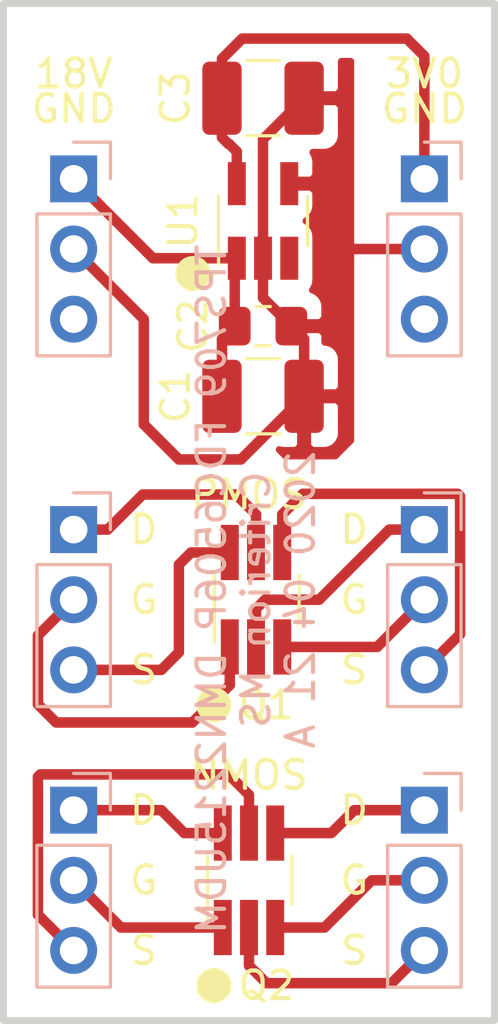
<source format=kicad_pcb>
(kicad_pcb (version 20171130) (host pcbnew 5.1.4+dfsg1-1)

  (general
    (thickness 1.6)
    (drawings 26)
    (tracks 81)
    (zones 0)
    (modules 12)
    (nets 16)
  )

  (page A4)
  (layers
    (0 F.Cu signal)
    (31 B.Cu signal)
    (32 B.Adhes user hide)
    (33 F.Adhes user hide)
    (34 B.Paste user hide)
    (35 F.Paste user hide)
    (36 B.SilkS user)
    (37 F.SilkS user)
    (38 B.Mask user hide)
    (39 F.Mask user hide)
    (40 Dwgs.User user)
    (41 Cmts.User user)
    (42 Eco1.User user)
    (43 Eco2.User user)
    (44 Edge.Cuts user)
    (45 Margin user hide)
    (46 B.CrtYd user)
    (47 F.CrtYd user)
    (48 B.Fab user hide)
    (49 F.Fab user hide)
  )

  (setup
    (last_trace_width 0.381)
    (user_trace_width 0.1524)
    (user_trace_width 0.254)
    (user_trace_width 0.381)
    (user_trace_width 0.635)
    (trace_clearance 0.254)
    (zone_clearance 0.508)
    (zone_45_only no)
    (trace_min 0.1524)
    (via_size 0.635)
    (via_drill 0.381)
    (via_min_size 0.508)
    (via_min_drill 0.254)
    (user_via 0.508 0.254)
    (user_via 0.762 0.381)
    (user_via 1.27 0.635)
    (uvia_size 0.508)
    (uvia_drill 0.254)
    (uvias_allowed no)
    (uvia_min_size 0.2)
    (uvia_min_drill 0.1)
    (edge_width 0.05)
    (segment_width 0.2)
    (pcb_text_width 0.3)
    (pcb_text_size 1.5 1.5)
    (mod_edge_width 0.12)
    (mod_text_size 1 1)
    (mod_text_width 0.15)
    (pad_size 1.56 0.65)
    (pad_drill 0)
    (pad_to_mask_clearance 0.051)
    (solder_mask_min_width 0.25)
    (aux_axis_origin 0 0)
    (visible_elements FFFFFF7F)
    (pcbplotparams
      (layerselection 0x010fc_ffffffff)
      (usegerberextensions false)
      (usegerberattributes false)
      (usegerberadvancedattributes false)
      (creategerberjobfile false)
      (excludeedgelayer true)
      (linewidth 0.100000)
      (plotframeref false)
      (viasonmask false)
      (mode 1)
      (useauxorigin false)
      (hpglpennumber 1)
      (hpglpenspeed 20)
      (hpglpendiameter 15.000000)
      (psnegative false)
      (psa4output false)
      (plotreference true)
      (plotvalue true)
      (plotinvisibletext false)
      (padsonsilk false)
      (subtractmaskfromsilk false)
      (outputformat 1)
      (mirror false)
      (drillshape 1)
      (scaleselection 1)
      (outputdirectory ""))
  )

  (net 0 "")
  (net 1 +3V0)
  (net 2 "Net-(J6-Pad3)")
  (net 3 "Net-(J6-Pad2)")
  (net 4 "Net-(J6-Pad1)")
  (net 5 "Net-(C1-Pad2)")
  (net 6 "Net-(C1-Pad1)")
  (net 7 "Net-(J3-Pad3)")
  (net 8 "Net-(J3-Pad2)")
  (net 9 "Net-(J3-Pad1)")
  (net 10 "Net-(J4-Pad3)")
  (net 11 "Net-(J4-Pad2)")
  (net 12 "Net-(J4-Pad1)")
  (net 13 "Net-(J5-Pad3)")
  (net 14 "Net-(J5-Pad2)")
  (net 15 "Net-(J5-Pad1)")

  (net_class Default "This is the default net class."
    (clearance 0.254)
    (trace_width 0.254)
    (via_dia 0.635)
    (via_drill 0.381)
    (uvia_dia 0.508)
    (uvia_drill 0.254)
    (diff_pair_width 0.254)
    (diff_pair_gap 0.254)
    (add_net +3V0)
    (add_net "Net-(C1-Pad1)")
    (add_net "Net-(C1-Pad2)")
    (add_net "Net-(J3-Pad1)")
    (add_net "Net-(J3-Pad2)")
    (add_net "Net-(J3-Pad3)")
    (add_net "Net-(J4-Pad1)")
    (add_net "Net-(J4-Pad2)")
    (add_net "Net-(J4-Pad3)")
    (add_net "Net-(J5-Pad1)")
    (add_net "Net-(J5-Pad2)")
    (add_net "Net-(J5-Pad3)")
    (add_net "Net-(J6-Pad1)")
    (add_net "Net-(J6-Pad2)")
    (add_net "Net-(J6-Pad3)")
  )

  (net_class Minimum ""
    (clearance 0.1524)
    (trace_width 0.1524)
    (via_dia 0.508)
    (via_drill 0.254)
    (uvia_dia 0.508)
    (uvia_drill 0.254)
    (diff_pair_width 0.1524)
    (diff_pair_gap 0.1524)
  )

  (net_class Power ""
    (clearance 0.635)
    (trace_width 0.635)
    (via_dia 1.27)
    (via_drill 0.635)
    (uvia_dia 0.508)
    (uvia_drill 0.254)
    (diff_pair_width 0.635)
    (diff_pair_gap 0.635)
  )

  (module Connector_PinHeader_2.54mm:PinHeader_1x03_P2.54mm_Vertical (layer B.Cu) (tedit 59FED5CC) (tstamp 5EA018E8)
    (at 158.496 86.36 180)
    (descr "Through hole straight pin header, 1x03, 2.54mm pitch, single row")
    (tags "Through hole pin header THT 1x03 2.54mm single row")
    (path /5EA312FA)
    (fp_text reference J2 (at 0 2.33 180) (layer B.SilkS) hide
      (effects (font (size 1 1) (thickness 0.15)) (justify mirror))
    )
    (fp_text value Conn_01x03_Female (at 0 -7.41 180) (layer B.Fab)
      (effects (font (size 1 1) (thickness 0.15)) (justify mirror))
    )
    (fp_text user %R (at 0 -2.54 90) (layer B.Fab)
      (effects (font (size 1 1) (thickness 0.15)) (justify mirror))
    )
    (fp_line (start 1.8 1.8) (end -1.8 1.8) (layer B.CrtYd) (width 0.05))
    (fp_line (start 1.8 -6.85) (end 1.8 1.8) (layer B.CrtYd) (width 0.05))
    (fp_line (start -1.8 -6.85) (end 1.8 -6.85) (layer B.CrtYd) (width 0.05))
    (fp_line (start -1.8 1.8) (end -1.8 -6.85) (layer B.CrtYd) (width 0.05))
    (fp_line (start -1.33 1.33) (end 0 1.33) (layer B.SilkS) (width 0.12))
    (fp_line (start -1.33 0) (end -1.33 1.33) (layer B.SilkS) (width 0.12))
    (fp_line (start -1.33 -1.27) (end 1.33 -1.27) (layer B.SilkS) (width 0.12))
    (fp_line (start 1.33 -1.27) (end 1.33 -6.41) (layer B.SilkS) (width 0.12))
    (fp_line (start -1.33 -1.27) (end -1.33 -6.41) (layer B.SilkS) (width 0.12))
    (fp_line (start -1.33 -6.41) (end 1.33 -6.41) (layer B.SilkS) (width 0.12))
    (fp_line (start -1.27 0.635) (end -0.635 1.27) (layer B.Fab) (width 0.1))
    (fp_line (start -1.27 -6.35) (end -1.27 0.635) (layer B.Fab) (width 0.1))
    (fp_line (start 1.27 -6.35) (end -1.27 -6.35) (layer B.Fab) (width 0.1))
    (fp_line (start 1.27 1.27) (end 1.27 -6.35) (layer B.Fab) (width 0.1))
    (fp_line (start -0.635 1.27) (end 1.27 1.27) (layer B.Fab) (width 0.1))
    (pad 3 thru_hole oval (at 0 -5.08 180) (size 1.7 1.7) (drill 1) (layers *.Cu *.Mask))
    (pad 2 thru_hole oval (at 0 -2.54 180) (size 1.7 1.7) (drill 1) (layers *.Cu *.Mask)
      (net 6 "Net-(C1-Pad1)"))
    (pad 1 thru_hole rect (at 0 0 180) (size 1.7 1.7) (drill 1) (layers *.Cu *.Mask)
      (net 1 +3V0))
    (model ${KISYS3DMOD}/Connector_PinHeader_2.54mm.3dshapes/PinHeader_1x03_P2.54mm_Vertical.wrl
      (at (xyz 0 0 0))
      (scale (xyz 1 1 1))
      (rotate (xyz 0 0 0))
    )
  )

  (module Connector_PinHeader_2.54mm:PinHeader_1x03_P2.54mm_Vertical (layer B.Cu) (tedit 59FED5CC) (tstamp 5EA01AE0)
    (at 145.796 86.36 180)
    (descr "Through hole straight pin header, 1x03, 2.54mm pitch, single row")
    (tags "Through hole pin header THT 1x03 2.54mm single row")
    (path /5EA37C57)
    (fp_text reference J1 (at 0 2.33) (layer B.SilkS) hide
      (effects (font (size 1 1) (thickness 0.15)) (justify mirror))
    )
    (fp_text value Conn_01x03_Female (at 0 -7.41) (layer B.Fab)
      (effects (font (size 1 1) (thickness 0.15)) (justify mirror))
    )
    (fp_text user %R (at 0 -2.54 270) (layer B.Fab)
      (effects (font (size 1 1) (thickness 0.15)) (justify mirror))
    )
    (fp_line (start 1.8 1.8) (end -1.8 1.8) (layer B.CrtYd) (width 0.05))
    (fp_line (start 1.8 -6.85) (end 1.8 1.8) (layer B.CrtYd) (width 0.05))
    (fp_line (start -1.8 -6.85) (end 1.8 -6.85) (layer B.CrtYd) (width 0.05))
    (fp_line (start -1.8 1.8) (end -1.8 -6.85) (layer B.CrtYd) (width 0.05))
    (fp_line (start -1.33 1.33) (end 0 1.33) (layer B.SilkS) (width 0.12))
    (fp_line (start -1.33 0) (end -1.33 1.33) (layer B.SilkS) (width 0.12))
    (fp_line (start -1.33 -1.27) (end 1.33 -1.27) (layer B.SilkS) (width 0.12))
    (fp_line (start 1.33 -1.27) (end 1.33 -6.41) (layer B.SilkS) (width 0.12))
    (fp_line (start -1.33 -1.27) (end -1.33 -6.41) (layer B.SilkS) (width 0.12))
    (fp_line (start -1.33 -6.41) (end 1.33 -6.41) (layer B.SilkS) (width 0.12))
    (fp_line (start -1.27 0.635) (end -0.635 1.27) (layer B.Fab) (width 0.1))
    (fp_line (start -1.27 -6.35) (end -1.27 0.635) (layer B.Fab) (width 0.1))
    (fp_line (start 1.27 -6.35) (end -1.27 -6.35) (layer B.Fab) (width 0.1))
    (fp_line (start 1.27 1.27) (end 1.27 -6.35) (layer B.Fab) (width 0.1))
    (fp_line (start -0.635 1.27) (end 1.27 1.27) (layer B.Fab) (width 0.1))
    (pad 3 thru_hole oval (at 0 -5.08 180) (size 1.7 1.7) (drill 1) (layers *.Cu *.Mask))
    (pad 2 thru_hole oval (at 0 -2.54 180) (size 1.7 1.7) (drill 1) (layers *.Cu *.Mask)
      (net 6 "Net-(C1-Pad1)"))
    (pad 1 thru_hole rect (at 0 0 180) (size 1.7 1.7) (drill 1) (layers *.Cu *.Mask)
      (net 5 "Net-(C1-Pad2)"))
    (model ${KISYS3DMOD}/Connector_PinHeader_2.54mm.3dshapes/PinHeader_1x03_P2.54mm_Vertical.wrl
      (at (xyz 0 0 0))
      (scale (xyz 1 1 1))
      (rotate (xyz 0 0 0))
    )
  )

  (module Package_TO_SOT_SMD:TSOT-23-6_HandSoldering (layer F.Cu) (tedit 5A02FF57) (tstamp 5EA01A97)
    (at 152.146 111.76 90)
    (descr "6-pin TSOT23 package, http://cds.linear.com/docs/en/packaging/SOT_6_05-08-1636.pdf")
    (tags "TSOT-23-6 MK06A TSOT-6 Hand-soldering")
    (path /5EDB8000)
    (attr smd)
    (fp_text reference Q2 (at -3.81 0.635 180) (layer F.SilkS)
      (effects (font (size 1 1) (thickness 0.15)))
    )
    (fp_text value DMN2215UDM (at 0 2.5 90) (layer F.Fab)
      (effects (font (size 1 1) (thickness 0.15)))
    )
    (fp_line (start 2.96 1.7) (end -2.96 1.7) (layer F.CrtYd) (width 0.05))
    (fp_line (start 2.96 1.7) (end 2.96 -1.7) (layer F.CrtYd) (width 0.05))
    (fp_line (start -2.96 -1.7) (end -2.96 1.7) (layer F.CrtYd) (width 0.05))
    (fp_line (start -2.96 -1.7) (end 2.96 -1.7) (layer F.CrtYd) (width 0.05))
    (fp_line (start 0.88 -1.45) (end 0.88 1.45) (layer F.Fab) (width 0.1))
    (fp_line (start 0.88 1.45) (end -0.88 1.45) (layer F.Fab) (width 0.1))
    (fp_line (start -0.88 -1) (end -0.88 1.45) (layer F.Fab) (width 0.1))
    (fp_line (start 0.88 -1.45) (end -0.43 -1.45) (layer F.Fab) (width 0.1))
    (fp_line (start -0.88 -1) (end -0.43 -1.45) (layer F.Fab) (width 0.1))
    (fp_line (start 0.88 -1.51) (end -1.55 -1.51) (layer F.SilkS) (width 0.12))
    (fp_line (start -0.88 1.56) (end 0.88 1.56) (layer F.SilkS) (width 0.12))
    (fp_text user %R (at 0 0) (layer F.Fab)
      (effects (font (size 0.5 0.5) (thickness 0.075)))
    )
    (pad 6 smd rect (at 1.71 -0.95 90) (size 2 0.65) (layers F.Cu F.Paste F.Mask)
      (net 15 "Net-(J5-Pad1)"))
    (pad 5 smd rect (at 1.71 0 90) (size 2 0.65) (layers F.Cu F.Paste F.Mask)
      (net 13 "Net-(J5-Pad3)"))
    (pad 4 smd rect (at 1.71 0.95 90) (size 2 0.65) (layers F.Cu F.Paste F.Mask)
      (net 4 "Net-(J6-Pad1)"))
    (pad 3 smd rect (at -1.71 0.95 90) (size 2 0.65) (layers F.Cu F.Paste F.Mask)
      (net 3 "Net-(J6-Pad2)"))
    (pad 2 smd rect (at -1.71 0 90) (size 2 0.65) (layers F.Cu F.Paste F.Mask)
      (net 2 "Net-(J6-Pad3)"))
    (pad 1 smd rect (at -1.71 -0.95 90) (size 2 0.65) (layers F.Cu F.Paste F.Mask)
      (net 14 "Net-(J5-Pad2)"))
    (model ${KISYS3DMOD}/Package_TO_SOT_SMD.3dshapes/TSOT-23-6.wrl
      (at (xyz 0 0 0))
      (scale (xyz 1 1 1))
      (rotate (xyz 0 0 0))
    )
  )

  (module Connector_PinHeader_2.54mm:PinHeader_1x03_P2.54mm_Vertical (layer B.Cu) (tedit 59FED5CC) (tstamp 5EA01A35)
    (at 145.796 109.22 180)
    (descr "Through hole straight pin header, 1x03, 2.54mm pitch, single row")
    (tags "Through hole pin header THT 1x03 2.54mm single row")
    (path /5EA2A7B6)
    (fp_text reference J5 (at 0 2.33) (layer B.SilkS) hide
      (effects (font (size 1 1) (thickness 0.15)) (justify mirror))
    )
    (fp_text value Conn_01x03_Female (at 0 -7.41) (layer B.Fab)
      (effects (font (size 1 1) (thickness 0.15)) (justify mirror))
    )
    (fp_text user %R (at 0 -2.54 270) (layer B.Fab)
      (effects (font (size 1 1) (thickness 0.15)) (justify mirror))
    )
    (fp_line (start 1.8 1.8) (end -1.8 1.8) (layer B.CrtYd) (width 0.05))
    (fp_line (start 1.8 -6.85) (end 1.8 1.8) (layer B.CrtYd) (width 0.05))
    (fp_line (start -1.8 -6.85) (end 1.8 -6.85) (layer B.CrtYd) (width 0.05))
    (fp_line (start -1.8 1.8) (end -1.8 -6.85) (layer B.CrtYd) (width 0.05))
    (fp_line (start -1.33 1.33) (end 0 1.33) (layer B.SilkS) (width 0.12))
    (fp_line (start -1.33 0) (end -1.33 1.33) (layer B.SilkS) (width 0.12))
    (fp_line (start -1.33 -1.27) (end 1.33 -1.27) (layer B.SilkS) (width 0.12))
    (fp_line (start 1.33 -1.27) (end 1.33 -6.41) (layer B.SilkS) (width 0.12))
    (fp_line (start -1.33 -1.27) (end -1.33 -6.41) (layer B.SilkS) (width 0.12))
    (fp_line (start -1.33 -6.41) (end 1.33 -6.41) (layer B.SilkS) (width 0.12))
    (fp_line (start -1.27 0.635) (end -0.635 1.27) (layer B.Fab) (width 0.1))
    (fp_line (start -1.27 -6.35) (end -1.27 0.635) (layer B.Fab) (width 0.1))
    (fp_line (start 1.27 -6.35) (end -1.27 -6.35) (layer B.Fab) (width 0.1))
    (fp_line (start 1.27 1.27) (end 1.27 -6.35) (layer B.Fab) (width 0.1))
    (fp_line (start -0.635 1.27) (end 1.27 1.27) (layer B.Fab) (width 0.1))
    (pad 3 thru_hole oval (at 0 -5.08 180) (size 1.7 1.7) (drill 1) (layers *.Cu *.Mask)
      (net 13 "Net-(J5-Pad3)"))
    (pad 2 thru_hole oval (at 0 -2.54 180) (size 1.7 1.7) (drill 1) (layers *.Cu *.Mask)
      (net 14 "Net-(J5-Pad2)"))
    (pad 1 thru_hole rect (at 0 0 180) (size 1.7 1.7) (drill 1) (layers *.Cu *.Mask)
      (net 15 "Net-(J5-Pad1)"))
    (model ${KISYS3DMOD}/Connector_PinHeader_2.54mm.3dshapes/PinHeader_1x03_P2.54mm_Vertical.wrl
      (at (xyz 0 0 0))
      (scale (xyz 1 1 1))
      (rotate (xyz 0 0 0))
    )
  )

  (module Connector_PinHeader_2.54mm:PinHeader_1x03_P2.54mm_Vertical (layer B.Cu) (tedit 59FED5CC) (tstamp 5EA019F3)
    (at 145.796 99.06 180)
    (descr "Through hole straight pin header, 1x03, 2.54mm pitch, single row")
    (tags "Through hole pin header THT 1x03 2.54mm single row")
    (path /5EA42BAE)
    (fp_text reference J3 (at 0 2.33) (layer B.SilkS) hide
      (effects (font (size 1 1) (thickness 0.15)) (justify mirror))
    )
    (fp_text value Conn_01x03_Female (at 0 -7.41) (layer B.Fab)
      (effects (font (size 1 1) (thickness 0.15)) (justify mirror))
    )
    (fp_text user %R (at 0 -2.54 270) (layer B.Fab)
      (effects (font (size 1 1) (thickness 0.15)) (justify mirror))
    )
    (fp_line (start 1.8 1.8) (end -1.8 1.8) (layer B.CrtYd) (width 0.05))
    (fp_line (start 1.8 -6.85) (end 1.8 1.8) (layer B.CrtYd) (width 0.05))
    (fp_line (start -1.8 -6.85) (end 1.8 -6.85) (layer B.CrtYd) (width 0.05))
    (fp_line (start -1.8 1.8) (end -1.8 -6.85) (layer B.CrtYd) (width 0.05))
    (fp_line (start -1.33 1.33) (end 0 1.33) (layer B.SilkS) (width 0.12))
    (fp_line (start -1.33 0) (end -1.33 1.33) (layer B.SilkS) (width 0.12))
    (fp_line (start -1.33 -1.27) (end 1.33 -1.27) (layer B.SilkS) (width 0.12))
    (fp_line (start 1.33 -1.27) (end 1.33 -6.41) (layer B.SilkS) (width 0.12))
    (fp_line (start -1.33 -1.27) (end -1.33 -6.41) (layer B.SilkS) (width 0.12))
    (fp_line (start -1.33 -6.41) (end 1.33 -6.41) (layer B.SilkS) (width 0.12))
    (fp_line (start -1.27 0.635) (end -0.635 1.27) (layer B.Fab) (width 0.1))
    (fp_line (start -1.27 -6.35) (end -1.27 0.635) (layer B.Fab) (width 0.1))
    (fp_line (start 1.27 -6.35) (end -1.27 -6.35) (layer B.Fab) (width 0.1))
    (fp_line (start 1.27 1.27) (end 1.27 -6.35) (layer B.Fab) (width 0.1))
    (fp_line (start -0.635 1.27) (end 1.27 1.27) (layer B.Fab) (width 0.1))
    (pad 3 thru_hole oval (at 0 -5.08 180) (size 1.7 1.7) (drill 1) (layers *.Cu *.Mask)
      (net 7 "Net-(J3-Pad3)"))
    (pad 2 thru_hole oval (at 0 -2.54 180) (size 1.7 1.7) (drill 1) (layers *.Cu *.Mask)
      (net 8 "Net-(J3-Pad2)"))
    (pad 1 thru_hole rect (at 0 0 180) (size 1.7 1.7) (drill 1) (layers *.Cu *.Mask)
      (net 9 "Net-(J3-Pad1)"))
    (model ${KISYS3DMOD}/Connector_PinHeader_2.54mm.3dshapes/PinHeader_1x03_P2.54mm_Vertical.wrl
      (at (xyz 0 0 0))
      (scale (xyz 1 1 1))
      (rotate (xyz 0 0 0))
    )
  )

  (module Package_TO_SOT_SMD:TSOT-23-6_HandSoldering (layer F.Cu) (tedit 5A02FF57) (tstamp 5EA019B0)
    (at 152.4 101.6 90)
    (descr "6-pin TSOT23 package, http://cds.linear.com/docs/en/packaging/SOT_6_05-08-1636.pdf")
    (tags "TSOT-23-6 MK06A TSOT-6 Hand-soldering")
    (path /5F248CE0)
    (attr smd)
    (fp_text reference Q1 (at -3.81 0.381 180) (layer F.SilkS)
      (effects (font (size 1 1) (thickness 0.15)))
    )
    (fp_text value FDC6506P (at 0 2.5 90) (layer F.Fab)
      (effects (font (size 1 1) (thickness 0.15)))
    )
    (fp_line (start 2.96 1.7) (end -2.96 1.7) (layer F.CrtYd) (width 0.05))
    (fp_line (start 2.96 1.7) (end 2.96 -1.7) (layer F.CrtYd) (width 0.05))
    (fp_line (start -2.96 -1.7) (end -2.96 1.7) (layer F.CrtYd) (width 0.05))
    (fp_line (start -2.96 -1.7) (end 2.96 -1.7) (layer F.CrtYd) (width 0.05))
    (fp_line (start 0.88 -1.45) (end 0.88 1.45) (layer F.Fab) (width 0.1))
    (fp_line (start 0.88 1.45) (end -0.88 1.45) (layer F.Fab) (width 0.1))
    (fp_line (start -0.88 -1) (end -0.88 1.45) (layer F.Fab) (width 0.1))
    (fp_line (start 0.88 -1.45) (end -0.43 -1.45) (layer F.Fab) (width 0.1))
    (fp_line (start -0.88 -1) (end -0.43 -1.45) (layer F.Fab) (width 0.1))
    (fp_line (start 0.88 -1.51) (end -1.55 -1.51) (layer F.SilkS) (width 0.12))
    (fp_line (start -0.88 1.56) (end 0.88 1.56) (layer F.SilkS) (width 0.12))
    (fp_text user %R (at 0 0) (layer F.Fab)
      (effects (font (size 0.5 0.5) (thickness 0.075)))
    )
    (pad 6 smd rect (at 1.71 -0.95 90) (size 2 0.65) (layers F.Cu F.Paste F.Mask)
      (net 7 "Net-(J3-Pad3)"))
    (pad 5 smd rect (at 1.71 0 90) (size 2 0.65) (layers F.Cu F.Paste F.Mask)
      (net 9 "Net-(J3-Pad1)"))
    (pad 4 smd rect (at 1.71 0.95 90) (size 2 0.65) (layers F.Cu F.Paste F.Mask)
      (net 10 "Net-(J4-Pad3)"))
    (pad 3 smd rect (at -1.71 0.95 90) (size 2 0.65) (layers F.Cu F.Paste F.Mask)
      (net 11 "Net-(J4-Pad2)"))
    (pad 2 smd rect (at -1.71 0 90) (size 2 0.65) (layers F.Cu F.Paste F.Mask)
      (net 12 "Net-(J4-Pad1)"))
    (pad 1 smd rect (at -1.71 -0.95 90) (size 2 0.65) (layers F.Cu F.Paste F.Mask)
      (net 8 "Net-(J3-Pad2)"))
    (model ${KISYS3DMOD}/Package_TO_SOT_SMD.3dshapes/TSOT-23-6.wrl
      (at (xyz 0 0 0))
      (scale (xyz 1 1 1))
      (rotate (xyz 0 0 0))
    )
  )

  (module Connector_PinHeader_2.54mm:PinHeader_1x03_P2.54mm_Vertical (layer B.Cu) (tedit 59FED5CC) (tstamp 5EA018A6)
    (at 158.496 109.22 180)
    (descr "Through hole straight pin header, 1x03, 2.54mm pitch, single row")
    (tags "Through hole pin header THT 1x03 2.54mm single row")
    (path /5EA3BCA0)
    (fp_text reference J6 (at 0 2.33 180) (layer B.SilkS) hide
      (effects (font (size 1 1) (thickness 0.15)) (justify mirror))
    )
    (fp_text value Conn_01x03_Female (at 0 -7.41 180) (layer B.Fab)
      (effects (font (size 1 1) (thickness 0.15)) (justify mirror))
    )
    (fp_text user %R (at 0 -2.54 90) (layer B.Fab)
      (effects (font (size 1 1) (thickness 0.15)) (justify mirror))
    )
    (fp_line (start 1.8 1.8) (end -1.8 1.8) (layer B.CrtYd) (width 0.05))
    (fp_line (start 1.8 -6.85) (end 1.8 1.8) (layer B.CrtYd) (width 0.05))
    (fp_line (start -1.8 -6.85) (end 1.8 -6.85) (layer B.CrtYd) (width 0.05))
    (fp_line (start -1.8 1.8) (end -1.8 -6.85) (layer B.CrtYd) (width 0.05))
    (fp_line (start -1.33 1.33) (end 0 1.33) (layer B.SilkS) (width 0.12))
    (fp_line (start -1.33 0) (end -1.33 1.33) (layer B.SilkS) (width 0.12))
    (fp_line (start -1.33 -1.27) (end 1.33 -1.27) (layer B.SilkS) (width 0.12))
    (fp_line (start 1.33 -1.27) (end 1.33 -6.41) (layer B.SilkS) (width 0.12))
    (fp_line (start -1.33 -1.27) (end -1.33 -6.41) (layer B.SilkS) (width 0.12))
    (fp_line (start -1.33 -6.41) (end 1.33 -6.41) (layer B.SilkS) (width 0.12))
    (fp_line (start -1.27 0.635) (end -0.635 1.27) (layer B.Fab) (width 0.1))
    (fp_line (start -1.27 -6.35) (end -1.27 0.635) (layer B.Fab) (width 0.1))
    (fp_line (start 1.27 -6.35) (end -1.27 -6.35) (layer B.Fab) (width 0.1))
    (fp_line (start 1.27 1.27) (end 1.27 -6.35) (layer B.Fab) (width 0.1))
    (fp_line (start -0.635 1.27) (end 1.27 1.27) (layer B.Fab) (width 0.1))
    (pad 3 thru_hole oval (at 0 -5.08 180) (size 1.7 1.7) (drill 1) (layers *.Cu *.Mask)
      (net 2 "Net-(J6-Pad3)"))
    (pad 2 thru_hole oval (at 0 -2.54 180) (size 1.7 1.7) (drill 1) (layers *.Cu *.Mask)
      (net 3 "Net-(J6-Pad2)"))
    (pad 1 thru_hole rect (at 0 0 180) (size 1.7 1.7) (drill 1) (layers *.Cu *.Mask)
      (net 4 "Net-(J6-Pad1)"))
    (model ${KISYS3DMOD}/Connector_PinHeader_2.54mm.3dshapes/PinHeader_1x03_P2.54mm_Vertical.wrl
      (at (xyz 0 0 0))
      (scale (xyz 1 1 1))
      (rotate (xyz 0 0 0))
    )
  )

  (module Connector_PinHeader_2.54mm:PinHeader_1x03_P2.54mm_Vertical (layer B.Cu) (tedit 59FED5CC) (tstamp 5EA01831)
    (at 158.496 99.06 180)
    (descr "Through hole straight pin header, 1x03, 2.54mm pitch, single row")
    (tags "Through hole pin header THT 1x03 2.54mm single row")
    (path /5EA4584E)
    (fp_text reference J4 (at 0 2.33) (layer B.SilkS) hide
      (effects (font (size 1 1) (thickness 0.15)) (justify mirror))
    )
    (fp_text value Conn_01x03_Female (at 0 -7.41) (layer B.Fab)
      (effects (font (size 1 1) (thickness 0.15)) (justify mirror))
    )
    (fp_text user %R (at 0 -2.54 270) (layer B.Fab)
      (effects (font (size 1 1) (thickness 0.15)) (justify mirror))
    )
    (fp_line (start 1.8 1.8) (end -1.8 1.8) (layer B.CrtYd) (width 0.05))
    (fp_line (start 1.8 -6.85) (end 1.8 1.8) (layer B.CrtYd) (width 0.05))
    (fp_line (start -1.8 -6.85) (end 1.8 -6.85) (layer B.CrtYd) (width 0.05))
    (fp_line (start -1.8 1.8) (end -1.8 -6.85) (layer B.CrtYd) (width 0.05))
    (fp_line (start -1.33 1.33) (end 0 1.33) (layer B.SilkS) (width 0.12))
    (fp_line (start -1.33 0) (end -1.33 1.33) (layer B.SilkS) (width 0.12))
    (fp_line (start -1.33 -1.27) (end 1.33 -1.27) (layer B.SilkS) (width 0.12))
    (fp_line (start 1.33 -1.27) (end 1.33 -6.41) (layer B.SilkS) (width 0.12))
    (fp_line (start -1.33 -1.27) (end -1.33 -6.41) (layer B.SilkS) (width 0.12))
    (fp_line (start -1.33 -6.41) (end 1.33 -6.41) (layer B.SilkS) (width 0.12))
    (fp_line (start -1.27 0.635) (end -0.635 1.27) (layer B.Fab) (width 0.1))
    (fp_line (start -1.27 -6.35) (end -1.27 0.635) (layer B.Fab) (width 0.1))
    (fp_line (start 1.27 -6.35) (end -1.27 -6.35) (layer B.Fab) (width 0.1))
    (fp_line (start 1.27 1.27) (end 1.27 -6.35) (layer B.Fab) (width 0.1))
    (fp_line (start -0.635 1.27) (end 1.27 1.27) (layer B.Fab) (width 0.1))
    (pad 3 thru_hole oval (at 0 -5.08 180) (size 1.7 1.7) (drill 1) (layers *.Cu *.Mask)
      (net 10 "Net-(J4-Pad3)"))
    (pad 2 thru_hole oval (at 0 -2.54 180) (size 1.7 1.7) (drill 1) (layers *.Cu *.Mask)
      (net 11 "Net-(J4-Pad2)"))
    (pad 1 thru_hole rect (at 0 0 180) (size 1.7 1.7) (drill 1) (layers *.Cu *.Mask)
      (net 12 "Net-(J4-Pad1)"))
    (model ${KISYS3DMOD}/Connector_PinHeader_2.54mm.3dshapes/PinHeader_1x03_P2.54mm_Vertical.wrl
      (at (xyz 0 0 0))
      (scale (xyz 1 1 1))
      (rotate (xyz 0 0 0))
    )
  )

  (module Capacitor_SMD:C_1210_3225Metric_Pad1.42x2.65mm_HandSolder (layer F.Cu) (tedit 5B301BBE) (tstamp 5EA01B1F)
    (at 152.654 83.439 180)
    (descr "Capacitor SMD 1210 (3225 Metric), square (rectangular) end terminal, IPC_7351 nominal with elongated pad for handsoldering. (Body size source: http://www.tortai-tech.com/upload/download/2011102023233369053.pdf), generated with kicad-footprint-generator")
    (tags "capacitor handsolder")
    (path /5F248CDA)
    (attr smd)
    (fp_text reference C3 (at 3.175 0 270) (layer F.SilkS)
      (effects (font (size 1 1) (thickness 0.15)))
    )
    (fp_text value "10 uF" (at 0 2.28) (layer F.Fab)
      (effects (font (size 1 1) (thickness 0.15)))
    )
    (fp_text user %R (at 0 0) (layer F.Fab)
      (effects (font (size 0.8 0.8) (thickness 0.12)))
    )
    (fp_line (start 2.45 1.58) (end -2.45 1.58) (layer F.CrtYd) (width 0.05))
    (fp_line (start 2.45 -1.58) (end 2.45 1.58) (layer F.CrtYd) (width 0.05))
    (fp_line (start -2.45 -1.58) (end 2.45 -1.58) (layer F.CrtYd) (width 0.05))
    (fp_line (start -2.45 1.58) (end -2.45 -1.58) (layer F.CrtYd) (width 0.05))
    (fp_line (start -0.602064 1.36) (end 0.602064 1.36) (layer F.SilkS) (width 0.12))
    (fp_line (start -0.602064 -1.36) (end 0.602064 -1.36) (layer F.SilkS) (width 0.12))
    (fp_line (start 1.6 1.25) (end -1.6 1.25) (layer F.Fab) (width 0.1))
    (fp_line (start 1.6 -1.25) (end 1.6 1.25) (layer F.Fab) (width 0.1))
    (fp_line (start -1.6 -1.25) (end 1.6 -1.25) (layer F.Fab) (width 0.1))
    (fp_line (start -1.6 1.25) (end -1.6 -1.25) (layer F.Fab) (width 0.1))
    (pad 2 smd roundrect (at 1.4875 0 180) (size 1.425 2.65) (layers F.Cu F.Paste F.Mask) (roundrect_rratio 0.175439)
      (net 1 +3V0))
    (pad 1 smd roundrect (at -1.4875 0 180) (size 1.425 2.65) (layers F.Cu F.Paste F.Mask) (roundrect_rratio 0.175439)
      (net 6 "Net-(C1-Pad1)"))
    (model ${KISYS3DMOD}/Capacitor_SMD.3dshapes/C_1210_3225Metric.wrl
      (at (xyz 0 0 0))
      (scale (xyz 1 1 1))
      (rotate (xyz 0 0 0))
    )
  )

  (module Capacitor_SMD:C_0805_2012Metric_Pad1.15x1.40mm_HandSolder (layer F.Cu) (tedit 5B36C52B) (tstamp 5EA01927)
    (at 152.654 91.694 180)
    (descr "Capacitor SMD 0805 (2012 Metric), square (rectangular) end terminal, IPC_7351 nominal with elongated pad for handsoldering. (Body size source: https://docs.google.com/spreadsheets/d/1BsfQQcO9C6DZCsRaXUlFlo91Tg2WpOkGARC1WS5S8t0/edit?usp=sharing), generated with kicad-footprint-generator")
    (tags "capacitor handsolder")
    (path /5F248CD9)
    (attr smd)
    (fp_text reference C2 (at 2.54 0 270) (layer F.SilkS)
      (effects (font (size 1 1) (thickness 0.15)))
    )
    (fp_text value "1 uF" (at 0 1.65) (layer F.Fab)
      (effects (font (size 1 1) (thickness 0.15)))
    )
    (fp_text user %R (at 0 0) (layer F.Fab)
      (effects (font (size 0.5 0.5) (thickness 0.08)))
    )
    (fp_line (start 1.85 0.95) (end -1.85 0.95) (layer F.CrtYd) (width 0.05))
    (fp_line (start 1.85 -0.95) (end 1.85 0.95) (layer F.CrtYd) (width 0.05))
    (fp_line (start -1.85 -0.95) (end 1.85 -0.95) (layer F.CrtYd) (width 0.05))
    (fp_line (start -1.85 0.95) (end -1.85 -0.95) (layer F.CrtYd) (width 0.05))
    (fp_line (start -0.261252 0.71) (end 0.261252 0.71) (layer F.SilkS) (width 0.12))
    (fp_line (start -0.261252 -0.71) (end 0.261252 -0.71) (layer F.SilkS) (width 0.12))
    (fp_line (start 1 0.6) (end -1 0.6) (layer F.Fab) (width 0.1))
    (fp_line (start 1 -0.6) (end 1 0.6) (layer F.Fab) (width 0.1))
    (fp_line (start -1 -0.6) (end 1 -0.6) (layer F.Fab) (width 0.1))
    (fp_line (start -1 0.6) (end -1 -0.6) (layer F.Fab) (width 0.1))
    (pad 2 smd roundrect (at 1.025 0 180) (size 1.15 1.4) (layers F.Cu F.Paste F.Mask) (roundrect_rratio 0.217391)
      (net 5 "Net-(C1-Pad2)"))
    (pad 1 smd roundrect (at -1.025 0 180) (size 1.15 1.4) (layers F.Cu F.Paste F.Mask) (roundrect_rratio 0.217391)
      (net 6 "Net-(C1-Pad1)"))
    (model ${KISYS3DMOD}/Capacitor_SMD.3dshapes/C_0805_2012Metric.wrl
      (at (xyz 0 0 0))
      (scale (xyz 1 1 1))
      (rotate (xyz 0 0 0))
    )
  )

  (module Capacitor_SMD:C_1210_3225Metric_Pad1.42x2.65mm_HandSolder (layer F.Cu) (tedit 5B301BBE) (tstamp 5EA0186D)
    (at 152.654 94.234 180)
    (descr "Capacitor SMD 1210 (3225 Metric), square (rectangular) end terminal, IPC_7351 nominal with elongated pad for handsoldering. (Body size source: http://www.tortai-tech.com/upload/download/2011102023233369053.pdf), generated with kicad-footprint-generator")
    (tags "capacitor handsolder")
    (path /5F248CDF)
    (attr smd)
    (fp_text reference C1 (at 3.175 0 270) (layer F.SilkS)
      (effects (font (size 1 1) (thickness 0.15)))
    )
    (fp_text value "10 uF" (at 0 2.28) (layer F.Fab)
      (effects (font (size 1 1) (thickness 0.15)))
    )
    (fp_text user %R (at 0 0) (layer F.Fab)
      (effects (font (size 0.8 0.8) (thickness 0.12)))
    )
    (fp_line (start 2.45 1.58) (end -2.45 1.58) (layer F.CrtYd) (width 0.05))
    (fp_line (start 2.45 -1.58) (end 2.45 1.58) (layer F.CrtYd) (width 0.05))
    (fp_line (start -2.45 -1.58) (end 2.45 -1.58) (layer F.CrtYd) (width 0.05))
    (fp_line (start -2.45 1.58) (end -2.45 -1.58) (layer F.CrtYd) (width 0.05))
    (fp_line (start -0.602064 1.36) (end 0.602064 1.36) (layer F.SilkS) (width 0.12))
    (fp_line (start -0.602064 -1.36) (end 0.602064 -1.36) (layer F.SilkS) (width 0.12))
    (fp_line (start 1.6 1.25) (end -1.6 1.25) (layer F.Fab) (width 0.1))
    (fp_line (start 1.6 -1.25) (end 1.6 1.25) (layer F.Fab) (width 0.1))
    (fp_line (start -1.6 -1.25) (end 1.6 -1.25) (layer F.Fab) (width 0.1))
    (fp_line (start -1.6 1.25) (end -1.6 -1.25) (layer F.Fab) (width 0.1))
    (pad 2 smd roundrect (at 1.4875 0 180) (size 1.425 2.65) (layers F.Cu F.Paste F.Mask) (roundrect_rratio 0.175439)
      (net 5 "Net-(C1-Pad2)"))
    (pad 1 smd roundrect (at -1.4875 0 180) (size 1.425 2.65) (layers F.Cu F.Paste F.Mask) (roundrect_rratio 0.175439)
      (net 6 "Net-(C1-Pad1)"))
    (model ${KISYS3DMOD}/Capacitor_SMD.3dshapes/C_1210_3225Metric.wrl
      (at (xyz 0 0 0))
      (scale (xyz 1 1 1))
      (rotate (xyz 0 0 0))
    )
  )

  (module Package_TO_SOT_SMD:SOT-23-5_HandSoldering (layer F.Cu) (tedit 5E9FA901) (tstamp 5EA01961)
    (at 152.654 87.884 90)
    (descr "5-pin SOT23 package")
    (tags "SOT-23-5 hand-soldering")
    (path /5EF51172)
    (attr smd)
    (fp_text reference U1 (at 0 -2.9 90) (layer F.SilkS)
      (effects (font (size 1 1) (thickness 0.15)))
    )
    (fp_text value TPS709 (at 0 2.9 90) (layer F.Fab)
      (effects (font (size 1 1) (thickness 0.15)))
    )
    (fp_line (start 2.38 1.8) (end -2.38 1.8) (layer F.CrtYd) (width 0.05))
    (fp_line (start 2.38 1.8) (end 2.38 -1.8) (layer F.CrtYd) (width 0.05))
    (fp_line (start -2.38 -1.8) (end -2.38 1.8) (layer F.CrtYd) (width 0.05))
    (fp_line (start -2.38 -1.8) (end 2.38 -1.8) (layer F.CrtYd) (width 0.05))
    (fp_line (start 0.9 -1.55) (end 0.9 1.55) (layer F.Fab) (width 0.1))
    (fp_line (start 0.9 1.55) (end -0.9 1.55) (layer F.Fab) (width 0.1))
    (fp_line (start -0.9 -0.9) (end -0.9 1.55) (layer F.Fab) (width 0.1))
    (fp_line (start 0.9 -1.55) (end -0.25 -1.55) (layer F.Fab) (width 0.1))
    (fp_line (start -0.9 -0.9) (end -0.25 -1.55) (layer F.Fab) (width 0.1))
    (fp_line (start 0.9 -1.61) (end -1.55 -1.61) (layer F.SilkS) (width 0.12))
    (fp_line (start -0.9 1.61) (end 0.9 1.61) (layer F.SilkS) (width 0.12))
    (fp_text user %R (at 0 0) (layer F.Fab)
      (effects (font (size 0.5 0.5) (thickness 0.075)))
    )
    (pad 5 smd rect (at 1.35 -0.95 90) (size 1.56 0.65) (layers F.Cu F.Paste F.Mask)
      (net 1 +3V0))
    (pad 4 smd rect (at 1.35 0.95 90) (size 1.56 0.65) (layers F.Cu F.Paste F.Mask)
      (net 6 "Net-(C1-Pad1)"))
    (pad 3 smd rect (at -1.35 0.95 90) (size 1.56 0.65) (layers F.Cu F.Paste F.Mask))
    (pad 2 smd rect (at -1.35 0 90) (size 1.56 0.65) (layers F.Cu F.Paste F.Mask)
      (net 6 "Net-(C1-Pad1)"))
    (pad 1 smd rect (at -1.35 -0.95 90) (size 1.56 0.65) (layers F.Cu F.Paste F.Mask)
      (net 5 "Net-(C1-Pad2)"))
    (model ${KISYS3DMOD}/Package_TO_SOT_SMD.3dshapes/SOT-23-5.wrl
      (at (xyz 0 0 0))
      (scale (xyz 1 1 1))
      (rotate (xyz 0 0 0))
    )
  )

  (gr_text "TPS709 FDC6506P DMN2215UDM \nCriterion MS\n2020 04 21 A" (at 152.4 101.6 90) (layer B.SilkS)
    (effects (font (size 1 1) (thickness 0.15)) (justify mirror))
  )
  (gr_text S (at 148.336 114.3) (layer F.SilkS) (tstamp 5EA01A7A)
    (effects (font (size 1 1) (thickness 0.15)))
  )
  (gr_text S (at 155.956 114.3) (layer F.SilkS) (tstamp 5EA01A71)
    (effects (font (size 1 1) (thickness 0.15)))
  )
  (gr_text G (at 155.956 111.76) (layer F.SilkS) (tstamp 5EA01AC2)
    (effects (font (size 1 1) (thickness 0.15)))
  )
  (gr_text D (at 155.956 109.22) (layer F.SilkS) (tstamp 5EA01948)
    (effects (font (size 1 1) (thickness 0.15)))
  )
  (gr_text G (at 148.336 111.76) (layer F.SilkS) (tstamp 5EA01B43)
    (effects (font (size 1 1) (thickness 0.15)))
  )
  (gr_text D (at 148.336 109.22) (layer F.SilkS) (tstamp 5EA017EF)
    (effects (font (size 1 1) (thickness 0.15)))
  )
  (gr_text S (at 155.956 104.14) (layer F.SilkS) (tstamp 5EA0194B)
    (effects (font (size 1 1) (thickness 0.15)))
  )
  (gr_text G (at 155.956 101.6) (layer F.SilkS) (tstamp 5EA01A6E)
    (effects (font (size 1 1) (thickness 0.15)))
  )
  (gr_text D (at 155.956 99.06) (layer F.SilkS) (tstamp 5EA01B0D)
    (effects (font (size 1 1) (thickness 0.15)))
  )
  (gr_text S (at 148.336 104.14) (layer F.SilkS) (tstamp 5EA017F8)
    (effects (font (size 1 1) (thickness 0.15)))
  )
  (gr_text G (at 148.336 101.6) (layer F.SilkS) (tstamp 5EA01B40)
    (effects (font (size 1 1) (thickness 0.15)))
  )
  (gr_text D (at 148.336 99.06) (layer F.SilkS) (tstamp 5EA01B49)
    (effects (font (size 1 1) (thickness 0.15)))
  )
  (gr_text GND (at 158.496 83.82) (layer F.SilkS) (tstamp 5EA01816)
    (effects (font (size 1.016 1.016) (thickness 0.1524)))
  )
  (gr_text 18V (at 145.796 82.55) (layer F.SilkS) (tstamp 5EA01735)
    (effects (font (size 1.016 1.016) (thickness 0.1524)))
  )
  (gr_text GND (at 145.796 83.82) (layer F.SilkS) (tstamp 5EA01A68)
    (effects (font (size 1 1) (thickness 0.15)))
  )
  (gr_text 3V0 (at 158.496 82.55) (layer F.SilkS) (tstamp 5EA01777)
    (effects (font (size 1.016 1.016) (thickness 0.1524)))
  )
  (gr_text NMOS (at 152.146 107.95) (layer F.SilkS) (tstamp 5EA017F2)
    (effects (font (size 1.016 1.016) (thickness 0.1524)))
  )
  (gr_text PMOS (at 152.146 97.79) (layer F.SilkS) (tstamp 5EA01AC5)
    (effects (font (size 1.016 1.016) (thickness 0.1524)))
  )
  (gr_line (start 143.256 80.01) (end 143.256 116.84) (layer Edge.Cuts) (width 0.254) (tstamp 5EA0188E))
  (gr_line (start 161.036 80.01) (end 161.036 116.84) (layer Edge.Cuts) (width 0.254) (tstamp 5EA01999))
  (gr_line (start 161.036 116.84) (end 143.256 116.84) (layer Edge.Cuts) (width 0.254) (tstamp 5EA01996))
  (gr_line (start 143.256 80.01) (end 161.036 80.01) (layer Edge.Cuts) (width 0.254) (tstamp 5EA01993))
  (gr_circle (center 150.876 105.41) (end 151.1935 105.41) (layer F.SilkS) (width 0.635) (tstamp 5EA01990))
  (gr_circle (center 150.876 115.57) (end 150.5585 115.57) (layer F.SilkS) (width 0.635) (tstamp 5EA0198D))
  (gr_circle (center 150.114 89.789) (end 150.114 89.4715) (layer F.SilkS) (width 0.635) (tstamp 5EA0198A))

  (segment (start 151.1665 84.864) (end 151.3925 85.09) (width 0.381) (layer F.Cu) (net 1) (tstamp 5EA01810))
  (segment (start 151.1665 83.439) (end 151.1665 84.864) (width 0.381) (layer F.Cu) (net 1) (tstamp 5EA01756))
  (segment (start 151.704 85.373) (end 151.704 86.534) (width 0.381) (layer F.Cu) (net 1) (tstamp 5EA01747))
  (segment (start 151.421 85.09) (end 151.704 85.373) (width 0.381) (layer F.Cu) (net 1) (tstamp 5EA01783))
  (segment (start 151.3925 85.09) (end 151.421 85.09) (width 0.381) (layer F.Cu) (net 1) (tstamp 5EA017BF))
  (segment (start 151.1665 82.014) (end 151.9005 81.28) (width 0.381) (layer F.Cu) (net 1) (tstamp 5EA0175F))
  (segment (start 151.1665 83.439) (end 151.1665 82.014) (width 0.381) (layer F.Cu) (net 1) (tstamp 5EA0173E))
  (segment (start 151.9005 81.28) (end 157.861 81.28) (width 0.381) (layer F.Cu) (net 1) (tstamp 5EA01768))
  (segment (start 158.496 81.915) (end 158.496 86.36) (width 0.381) (layer F.Cu) (net 1) (tstamp 5EA017D4))
  (segment (start 157.861 81.28) (end 158.496 81.915) (width 0.381) (layer F.Cu) (net 1) (tstamp 5EA01738))
  (segment (start 152.146 114.851) (end 152.781 115.486) (width 0.381) (layer F.Cu) (net 2) (tstamp 5EA0174A))
  (segment (start 152.146 113.47) (end 152.146 114.851) (width 0.381) (layer F.Cu) (net 2) (tstamp 5EA017FB))
  (segment (start 157.31 115.486) (end 158.496 114.3) (width 0.381) (layer F.Cu) (net 2) (tstamp 5EA017E3))
  (segment (start 152.781 115.486) (end 157.31 115.486) (width 0.381) (layer F.Cu) (net 2) (tstamp 5EA0177D))
  (segment (start 158.496 111.76) (end 156.591 111.76) (width 0.381) (layer F.Cu) (net 3) (tstamp 5EA017BC))
  (segment (start 154.881 113.47) (end 153.096 113.47) (width 0.381) (layer F.Cu) (net 3) (tstamp 5EA017AA))
  (segment (start 156.591 111.76) (end 154.881 113.47) (width 0.381) (layer F.Cu) (net 3) (tstamp 5EA019DB))
  (segment (start 153.096 110.05) (end 155.126 110.05) (width 0.381) (layer F.Cu) (net 4) (tstamp 5EA01813))
  (segment (start 155.956 109.22) (end 158.496 109.22) (width 0.381) (layer F.Cu) (net 4) (tstamp 5EA01A62))
  (segment (start 155.126 110.05) (end 155.956 109.22) (width 0.381) (layer F.Cu) (net 4) (tstamp 5EA017C8))
  (segment (start 151.1665 92.1565) (end 151.629 91.694) (width 0.381) (layer F.Cu) (net 5) (tstamp 5EA01762))
  (segment (start 151.1665 94.234) (end 151.1665 92.1565) (width 0.381) (layer F.Cu) (net 5) (tstamp 5EA01750))
  (segment (start 151.629 89.309) (end 151.704 89.234) (width 0.381) (layer F.Cu) (net 5) (tstamp 5EA0174D))
  (segment (start 151.629 91.694) (end 151.629 89.309) (width 0.381) (layer F.Cu) (net 5) (tstamp 5EA01A6B))
  (segment (start 148.67 89.234) (end 145.796 86.36) (width 0.381) (layer F.Cu) (net 5) (tstamp 5EA017B9))
  (segment (start 151.704 89.234) (end 148.67 89.234) (width 0.381) (layer F.Cu) (net 5) (tstamp 5EA017B6))
  (segment (start 154.1415 92.1565) (end 153.679 91.694) (width 0.381) (layer F.Cu) (net 6) (tstamp 5EA01915))
  (segment (start 154.1415 94.234) (end 154.1415 92.1565) (width 0.381) (layer F.Cu) (net 6) (tstamp 5EA01774))
  (segment (start 152.654 90.669) (end 152.654 89.234) (width 0.381) (layer F.Cu) (net 6) (tstamp 5EA0180D))
  (segment (start 153.679 91.694) (end 152.654 90.669) (width 0.381) (layer F.Cu) (net 6) (tstamp 5EA017E0))
  (segment (start 152.654 84.9265) (end 154.1415 83.439) (width 0.381) (layer F.Cu) (net 6) (tstamp 5EA017DD))
  (segment (start 152.654 89.234) (end 152.654 84.9265) (width 0.381) (layer F.Cu) (net 6) (tstamp 5EA017D7))
  (segment (start 151.8555 96.52) (end 154.1415 94.234) (width 0.381) (layer F.Cu) (net 6) (tstamp 5EA01765))
  (segment (start 149.606 96.52) (end 151.8555 96.52) (width 0.381) (layer F.Cu) (net 6) (tstamp 5EA0176B))
  (segment (start 148.336 95.25) (end 149.606 96.52) (width 0.381) (layer F.Cu) (net 6) (tstamp 5EA017A4))
  (segment (start 145.796 88.9) (end 148.336 91.44) (width 0.381) (layer F.Cu) (net 6) (tstamp 5EA017A1))
  (segment (start 148.336 91.44) (end 148.336 95.25) (width 0.381) (layer F.Cu) (net 6) (tstamp 5EA017EC))
  (segment (start 158.496 88.9) (end 155.321 88.9) (width 0.381) (layer F.Cu) (net 6) (tstamp 5EA017DA))
  (segment (start 151.45 99.89) (end 150.046 99.89) (width 0.381) (layer F.Cu) (net 7) (tstamp 5EA017C5))
  (segment (start 150.046 99.89) (end 149.606 100.33) (width 0.381) (layer F.Cu) (net 7) (tstamp 5EA01759))
  (segment (start 149.606 100.33) (end 149.606 103.505) (width 0.381) (layer F.Cu) (net 7) (tstamp 5EA01804))
  (segment (start 148.971 104.14) (end 145.796 104.14) (width 0.381) (layer F.Cu) (net 7) (tstamp 5EA017CB))
  (segment (start 149.606 103.505) (end 148.971 104.14) (width 0.381) (layer F.Cu) (net 7) (tstamp 5EA01753))
  (segment (start 151.45 104.691) (end 150.096 106.045) (width 0.381) (layer F.Cu) (net 8) (tstamp 5EA01A65))
  (segment (start 151.45 103.31) (end 151.45 104.691) (width 0.381) (layer F.Cu) (net 8) (tstamp 5EA01AC8))
  (segment (start 150.096 106.045) (end 145.161 106.045) (width 0.381) (layer F.Cu) (net 8) (tstamp 5EA0175C))
  (segment (start 144.946001 102.449999) (end 145.796 101.6) (width 0.381) (layer F.Cu) (net 8) (tstamp 5EA01A80))
  (segment (start 144.501499 102.894501) (end 144.946001 102.449999) (width 0.381) (layer F.Cu) (net 8) (tstamp 5EA01A74))
  (segment (start 144.501499 105.385499) (end 144.501499 102.894501) (width 0.381) (layer F.Cu) (net 8) (tstamp 5EA01A7D))
  (segment (start 145.161 106.045) (end 144.501499 105.385499) (width 0.381) (layer F.Cu) (net 8) (tstamp 5EA01A77))
  (segment (start 152.4 98.509) (end 151.681 97.79) (width 0.381) (layer F.Cu) (net 9) (tstamp 5EA0180A))
  (segment (start 152.4 99.89) (end 152.4 98.509) (width 0.381) (layer F.Cu) (net 9) (tstamp 5EA01741))
  (segment (start 147.027 99.06) (end 145.796 99.06) (width 0.381) (layer F.Cu) (net 9) (tstamp 5EA01807))
  (segment (start 148.297 97.79) (end 147.027 99.06) (width 0.381) (layer F.Cu) (net 9) (tstamp 5EA017C2))
  (segment (start 151.681 97.79) (end 148.297 97.79) (width 0.381) (layer F.Cu) (net 9) (tstamp 5EA017B3))
  (segment (start 159.345999 103.290001) (end 158.496 104.14) (width 0.381) (layer F.Cu) (net 10) (tstamp 5EA01795))
  (segment (start 159.790501 102.845499) (end 159.345999 103.290001) (width 0.381) (layer F.Cu) (net 10) (tstamp 5EA01786))
  (segment (start 159.790501 97.854399) (end 159.790501 102.845499) (width 0.381) (layer F.Cu) (net 10) (tstamp 5EA01801))
  (segment (start 159.701601 97.765499) (end 159.790501 97.854399) (width 0.381) (layer F.Cu) (net 10) (tstamp 5EA017CE))
  (segment (start 154.093501 97.765499) (end 159.701601 97.765499) (width 0.381) (layer F.Cu) (net 10) (tstamp 5EA017D1))
  (segment (start 153.35 98.509) (end 154.093501 97.765499) (width 0.381) (layer F.Cu) (net 10) (tstamp 5EA01798))
  (segment (start 153.35 99.89) (end 153.35 98.509) (width 0.381) (layer F.Cu) (net 10) (tstamp 5EA0179B))
  (segment (start 156.786 103.31) (end 158.496 101.6) (width 0.381) (layer F.Cu) (net 11) (tstamp 5EA01B46))
  (segment (start 153.35 103.31) (end 156.786 103.31) (width 0.381) (layer F.Cu) (net 11) (tstamp 5EA017A7))
  (segment (start 157.226 99.06) (end 158.496 99.06) (width 0.381) (layer F.Cu) (net 12) (tstamp 5EA01819))
  (segment (start 154.686 101.6) (end 157.226 99.06) (width 0.381) (layer F.Cu) (net 12) (tstamp 5EA017E9))
  (segment (start 152.729 101.6) (end 154.686 101.6) (width 0.381) (layer F.Cu) (net 12) (tstamp 5EA01789))
  (segment (start 152.4 103.31) (end 152.4 101.929) (width 0.381) (layer F.Cu) (net 12) (tstamp 5EA017B0))
  (segment (start 152.4 101.929) (end 152.729 101.6) (width 0.381) (layer F.Cu) (net 12) (tstamp 5EA017E6))
  (segment (start 144.501499 113.005499) (end 144.946001 113.450001) (width 0.381) (layer F.Cu) (net 13) (tstamp 5EA01744))
  (segment (start 144.501499 108.014399) (end 144.501499 113.005499) (width 0.381) (layer F.Cu) (net 13) (tstamp 5EA0178F))
  (segment (start 144.946001 113.450001) (end 145.796 114.3) (width 0.381) (layer F.Cu) (net 13) (tstamp 5EA01771))
  (segment (start 144.590399 107.925499) (end 144.501499 108.014399) (width 0.381) (layer F.Cu) (net 13) (tstamp 5EA0177A))
  (segment (start 151.402499 107.925499) (end 144.590399 107.925499) (width 0.381) (layer F.Cu) (net 13) (tstamp 5EA017FE))
  (segment (start 152.146 108.669) (end 151.402499 107.925499) (width 0.381) (layer F.Cu) (net 13) (tstamp 5EA0178C))
  (segment (start 152.146 110.05) (end 152.146 108.669) (width 0.381) (layer F.Cu) (net 13) (tstamp 5EA017AD))
  (segment (start 147.506 113.47) (end 145.796 111.76) (width 0.381) (layer F.Cu) (net 14) (tstamp 5EA0176E))
  (segment (start 151.196 113.47) (end 147.506 113.47) (width 0.381) (layer F.Cu) (net 14) (tstamp 5EA01780))
  (segment (start 145.796 109.22) (end 148.971 109.22) (width 0.381) (layer F.Cu) (net 15) (tstamp 5EA01792))
  (segment (start 149.801 110.05) (end 151.196 110.05) (width 0.381) (layer F.Cu) (net 15) (tstamp 5EA0179E))
  (segment (start 148.971 109.22) (end 149.801 110.05) (width 0.381) (layer F.Cu) (net 15) (tstamp 5EA017F5))

  (zone (net 6) (net_name "Net-(C1-Pad1)") (layer F.Cu) (tstamp 5EA0173B) (hatch edge 0.508)
    (connect_pads (clearance 0.508))
    (min_thickness 0.254)
    (fill yes (arc_segments 32) (thermal_gap 0.508) (thermal_bridge_width 0.508))
    (polygon
      (pts
        (xy 152.781 96.52) (xy 152.781 81.28) (xy 153.416 80.645) (xy 155.321 80.645) (xy 155.956 81.28)
        (xy 155.956 95.885) (xy 155.321 96.52) (xy 153.416 96.52) (xy 152.781 95.885)
      )
    )
    (filled_polygon
      (pts
        (xy 155.829 95.832394) (xy 155.268394 96.393) (xy 153.468606 96.393) (xy 153.241215 96.165609) (xy 153.304518 96.184812)
        (xy 153.429 96.197072) (xy 153.85575 96.194) (xy 154.0145 96.03525) (xy 154.0145 94.361) (xy 154.2685 94.361)
        (xy 154.2685 96.03525) (xy 154.42725 96.194) (xy 154.854 96.197072) (xy 154.978482 96.184812) (xy 155.09818 96.148502)
        (xy 155.208494 96.089537) (xy 155.305185 96.010185) (xy 155.384537 95.913494) (xy 155.443502 95.80318) (xy 155.479812 95.683482)
        (xy 155.492072 95.559) (xy 155.489 94.51975) (xy 155.33025 94.361) (xy 154.2685 94.361) (xy 154.0145 94.361)
        (xy 153.9945 94.361) (xy 153.9945 94.107) (xy 154.0145 94.107) (xy 154.0145 94.087) (xy 154.2685 94.087)
        (xy 154.2685 94.107) (xy 155.33025 94.107) (xy 155.489 93.94825) (xy 155.492072 92.909) (xy 155.479812 92.784518)
        (xy 155.443502 92.66482) (xy 155.384537 92.554506) (xy 155.305185 92.457815) (xy 155.208494 92.378463) (xy 155.09818 92.319498)
        (xy 154.978482 92.283188) (xy 154.891186 92.27459) (xy 154.889 91.97975) (xy 154.73025 91.821) (xy 153.806 91.821)
        (xy 153.806 91.841) (xy 153.552 91.841) (xy 153.552 91.821) (xy 153.532 91.821) (xy 153.532 91.567)
        (xy 153.552 91.567) (xy 153.552 91.547) (xy 153.806 91.547) (xy 153.806 91.567) (xy 154.73025 91.567)
        (xy 154.889 91.40825) (xy 154.892072 90.994) (xy 154.879812 90.869518) (xy 154.843502 90.74982) (xy 154.784537 90.639506)
        (xy 154.705185 90.542815) (xy 154.608494 90.463463) (xy 154.49818 90.404498) (xy 154.443582 90.387936) (xy 154.459537 90.368494)
        (xy 154.518502 90.25818) (xy 154.554812 90.138482) (xy 154.567072 90.014) (xy 154.567072 88.454) (xy 154.554812 88.329518)
        (xy 154.518502 88.20982) (xy 154.459537 88.099506) (xy 154.380185 88.002815) (xy 154.283494 87.923463) (xy 154.209665 87.884)
        (xy 154.283494 87.844537) (xy 154.380185 87.765185) (xy 154.459537 87.668494) (xy 154.518502 87.55818) (xy 154.554812 87.438482)
        (xy 154.567072 87.314) (xy 154.564 86.81975) (xy 154.40525 86.661) (xy 153.731 86.661) (xy 153.731 86.681)
        (xy 153.477 86.681) (xy 153.477 86.661) (xy 153.457 86.661) (xy 153.457 86.407) (xy 153.477 86.407)
        (xy 153.477 86.387) (xy 153.731 86.387) (xy 153.731 86.407) (xy 154.40525 86.407) (xy 154.564 86.24825)
        (xy 154.567072 85.754) (xy 154.554812 85.629518) (xy 154.518502 85.50982) (xy 154.459537 85.399506) (xy 154.459311 85.399231)
        (xy 154.854 85.402072) (xy 154.978482 85.389812) (xy 155.09818 85.353502) (xy 155.208494 85.294537) (xy 155.305185 85.215185)
        (xy 155.384537 85.118494) (xy 155.443502 85.00818) (xy 155.479812 84.888482) (xy 155.492072 84.764) (xy 155.489 83.72475)
        (xy 155.33025 83.566) (xy 154.2685 83.566) (xy 154.2685 83.586) (xy 154.0145 83.586) (xy 154.0145 83.566)
        (xy 153.9945 83.566) (xy 153.9945 83.312) (xy 154.0145 83.312) (xy 154.0145 83.292) (xy 154.2685 83.292)
        (xy 154.2685 83.312) (xy 155.33025 83.312) (xy 155.489 83.15325) (xy 155.492072 82.114) (xy 155.491235 82.1055)
        (xy 155.829 82.1055)
      )
    )
  )
)

</source>
